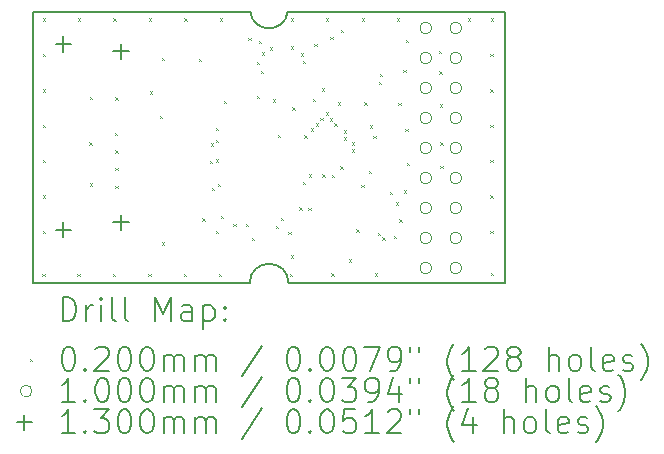
<source format=gbr>
%TF.GenerationSoftware,KiCad,Pcbnew,7.0.6+dfsg-1*%
%TF.CreationDate,2023-08-23T13:02:27+02:00*%
%TF.ProjectId,GPDI_ULX3S,47504449-5f55-44c5-9833-532e6b696361,1.6*%
%TF.SameCoordinates,Original*%
%TF.FileFunction,Drillmap*%
%TF.FilePolarity,Positive*%
%FSLAX45Y45*%
G04 Gerber Fmt 4.5, Leading zero omitted, Abs format (unit mm)*
G04 Created by KiCad (PCBNEW 7.0.6+dfsg-1) date 2023-08-23 13:02:27*
%MOMM*%
%LPD*%
G01*
G04 APERTURE LIST*
%ADD10C,0.150000*%
%ADD11C,0.200000*%
%ADD12C,0.020000*%
%ADD13C,0.100000*%
%ADD14C,0.130000*%
G04 APERTURE END LIST*
D10*
X15049500Y-8892500D02*
X13215100Y-8892500D01*
X15049500Y-6592500D02*
X15049500Y-8892500D01*
X13215100Y-8892500D02*
G75*
G03*
X12884900Y-8892500I-165100J0D01*
G01*
X12890010Y-6592500D02*
X11049510Y-6592500D01*
X12884900Y-8892500D02*
X11050000Y-8892500D01*
X12890000Y-6592501D02*
G75*
G03*
X13207486Y-6592607I158750J20001D01*
G01*
X11050000Y-6592500D02*
X11050000Y-8892500D01*
X13207500Y-6592500D02*
X15049500Y-6592500D01*
D11*
D12*
X11131246Y-8810518D02*
X11151246Y-8830518D01*
X11151246Y-8810518D02*
X11131246Y-8830518D01*
X11132246Y-6648518D02*
X11152246Y-6668518D01*
X11152246Y-6648518D02*
X11132246Y-6668518D01*
X11132246Y-6948518D02*
X11152246Y-6968518D01*
X11152246Y-6948518D02*
X11132246Y-6968518D01*
X11132246Y-7248518D02*
X11152246Y-7268518D01*
X11152246Y-7248518D02*
X11132246Y-7268518D01*
X11132246Y-7548518D02*
X11152246Y-7568518D01*
X11152246Y-7548518D02*
X11132246Y-7568518D01*
X11132246Y-7848518D02*
X11152246Y-7868518D01*
X11152246Y-7848518D02*
X11132246Y-7868518D01*
X11132246Y-8148518D02*
X11152246Y-8168518D01*
X11152246Y-8148518D02*
X11132246Y-8168518D01*
X11132246Y-8448518D02*
X11152246Y-8468518D01*
X11152246Y-8448518D02*
X11132246Y-8468518D01*
X11426246Y-8810518D02*
X11446246Y-8830518D01*
X11446246Y-8810518D02*
X11426246Y-8830518D01*
X11432246Y-6648518D02*
X11452246Y-6668518D01*
X11452246Y-6648518D02*
X11432246Y-6668518D01*
X11526246Y-7698518D02*
X11546246Y-7718518D01*
X11546246Y-7698518D02*
X11526246Y-7718518D01*
X11529246Y-7310518D02*
X11549246Y-7330518D01*
X11549246Y-7310518D02*
X11529246Y-7330518D01*
X11529246Y-8045518D02*
X11549246Y-8065518D01*
X11549246Y-8045518D02*
X11529246Y-8065518D01*
X11726246Y-8810518D02*
X11746246Y-8830518D01*
X11746246Y-8810518D02*
X11726246Y-8830518D01*
X11732246Y-6648518D02*
X11752246Y-6668518D01*
X11752246Y-6648518D02*
X11732246Y-6668518D01*
X11746080Y-7616360D02*
X11766080Y-7636360D01*
X11766080Y-7616360D02*
X11746080Y-7636360D01*
X11746334Y-7315878D02*
X11766334Y-7335878D01*
X11766334Y-7315878D02*
X11746334Y-7335878D01*
X11746334Y-7764950D02*
X11766334Y-7784950D01*
X11766334Y-7764950D02*
X11746334Y-7784950D01*
X11746842Y-7916334D02*
X11766842Y-7936334D01*
X11766842Y-7916334D02*
X11746842Y-7936334D01*
X11747858Y-8066702D02*
X11767858Y-8086702D01*
X11767858Y-8066702D02*
X11747858Y-8086702D01*
X12026246Y-8810518D02*
X12046246Y-8830518D01*
X12046246Y-8810518D02*
X12026246Y-8830518D01*
X12032246Y-6648518D02*
X12052246Y-6668518D01*
X12052246Y-6648518D02*
X12032246Y-6668518D01*
X12042246Y-7267014D02*
X12062246Y-7287014D01*
X12062246Y-7267014D02*
X12042246Y-7287014D01*
X12124794Y-7471580D02*
X12144794Y-7491580D01*
X12144794Y-7471580D02*
X12124794Y-7491580D01*
X12140246Y-8543518D02*
X12160246Y-8563518D01*
X12160246Y-8543518D02*
X12140246Y-8563518D01*
X12142246Y-6985518D02*
X12162246Y-7005518D01*
X12162246Y-6985518D02*
X12142246Y-7005518D01*
X12326246Y-8810518D02*
X12346246Y-8830518D01*
X12346246Y-8810518D02*
X12326246Y-8830518D01*
X12332246Y-6648518D02*
X12352246Y-6668518D01*
X12352246Y-6648518D02*
X12332246Y-6668518D01*
X12455246Y-6993518D02*
X12475246Y-7013518D01*
X12475246Y-6993518D02*
X12455246Y-7013518D01*
X12485246Y-8340518D02*
X12505246Y-8360518D01*
X12505246Y-8340518D02*
X12485246Y-8360518D01*
X12547958Y-7857152D02*
X12567958Y-7877152D01*
X12567958Y-7857152D02*
X12547958Y-7877152D01*
X12554562Y-7706276D02*
X12574562Y-7726276D01*
X12574562Y-7706276D02*
X12554562Y-7726276D01*
X12567500Y-8083500D02*
X12587500Y-8103500D01*
X12587500Y-8083500D02*
X12567500Y-8103500D01*
X12598246Y-8448518D02*
X12618246Y-8468518D01*
X12618246Y-8448518D02*
X12598246Y-8468518D01*
X12599500Y-7843500D02*
X12619500Y-7863500D01*
X12619500Y-7843500D02*
X12599500Y-7863500D01*
X12600500Y-7575500D02*
X12620500Y-7595500D01*
X12620500Y-7575500D02*
X12600500Y-7595500D01*
X12600500Y-7676500D02*
X12620500Y-7696500D01*
X12620500Y-7676500D02*
X12600500Y-7696500D01*
X12616892Y-8047851D02*
X12636892Y-8067851D01*
X12636892Y-8047851D02*
X12616892Y-8067851D01*
X12626246Y-8810518D02*
X12646246Y-8830518D01*
X12646246Y-8810518D02*
X12626246Y-8830518D01*
X12632246Y-6648518D02*
X12652246Y-6668518D01*
X12652246Y-6648518D02*
X12632246Y-6668518D01*
X12640896Y-8320518D02*
X12660896Y-8340518D01*
X12660896Y-8320518D02*
X12640896Y-8340518D01*
X12668656Y-7345656D02*
X12688656Y-7365656D01*
X12688656Y-7345656D02*
X12668656Y-7365656D01*
X12748246Y-8388518D02*
X12768246Y-8408518D01*
X12768246Y-8388518D02*
X12748246Y-8408518D01*
X12854246Y-8389518D02*
X12874246Y-8409518D01*
X12874246Y-8389518D02*
X12854246Y-8409518D01*
X12874246Y-6815518D02*
X12894246Y-6835518D01*
X12894246Y-6815518D02*
X12874246Y-6835518D01*
X12901246Y-8506518D02*
X12921246Y-8526518D01*
X12921246Y-8506518D02*
X12901246Y-8526518D01*
X12943246Y-7017518D02*
X12963246Y-7037518D01*
X12963246Y-7017518D02*
X12943246Y-7037518D01*
X12948246Y-7302518D02*
X12968246Y-7322518D01*
X12968246Y-7302518D02*
X12948246Y-7322518D01*
X12964246Y-6837518D02*
X12984246Y-6857518D01*
X12984246Y-6837518D02*
X12964246Y-6857518D01*
X12977246Y-7091518D02*
X12997246Y-7111518D01*
X12997246Y-7091518D02*
X12977246Y-7111518D01*
X12990246Y-6936518D02*
X13010246Y-6956518D01*
X13010246Y-6936518D02*
X12990246Y-6956518D01*
X13057246Y-6892518D02*
X13077246Y-6912518D01*
X13077246Y-6892518D02*
X13057246Y-6912518D01*
X13081358Y-7334420D02*
X13101358Y-7354420D01*
X13101358Y-7334420D02*
X13081358Y-7354420D01*
X13107596Y-8403518D02*
X13127596Y-8423518D01*
X13127596Y-8403518D02*
X13107596Y-8423518D01*
X13125314Y-7637428D02*
X13145314Y-7657428D01*
X13145314Y-7637428D02*
X13125314Y-7657428D01*
X13150246Y-8339518D02*
X13170246Y-8359518D01*
X13170246Y-8339518D02*
X13150246Y-8359518D01*
X13211246Y-8457500D02*
X13231246Y-8477500D01*
X13231246Y-8457500D02*
X13211246Y-8477500D01*
X13226246Y-8810518D02*
X13246246Y-8830518D01*
X13246246Y-8810518D02*
X13226246Y-8830518D01*
X13231189Y-6886527D02*
X13251189Y-6906527D01*
X13251189Y-6886527D02*
X13231189Y-6906527D01*
X13231246Y-8655518D02*
X13251246Y-8675518D01*
X13251246Y-8655518D02*
X13231246Y-8675518D01*
X13232246Y-6648518D02*
X13252246Y-6668518D01*
X13252246Y-6648518D02*
X13232246Y-6668518D01*
X13246966Y-7401984D02*
X13266966Y-7421984D01*
X13266966Y-7401984D02*
X13246966Y-7421984D01*
X13306246Y-8249518D02*
X13326246Y-8269518D01*
X13326246Y-8249518D02*
X13306246Y-8269518D01*
X13320450Y-6944518D02*
X13340450Y-6964518D01*
X13340450Y-6944518D02*
X13320450Y-6964518D01*
X13334000Y-7010482D02*
X13354000Y-7030482D01*
X13354000Y-7010482D02*
X13334000Y-7030482D01*
X13335246Y-8030518D02*
X13355246Y-8050518D01*
X13355246Y-8030518D02*
X13335246Y-8050518D01*
X13346534Y-7638204D02*
X13366534Y-7658204D01*
X13366534Y-7638204D02*
X13346534Y-7658204D01*
X13380761Y-8254684D02*
X13400761Y-8274684D01*
X13400761Y-8254684D02*
X13380761Y-8274684D01*
X13384246Y-7968518D02*
X13404246Y-7988518D01*
X13404246Y-7968518D02*
X13384246Y-7988518D01*
X13401570Y-7578430D02*
X13421570Y-7598430D01*
X13421570Y-7578430D02*
X13401570Y-7598430D01*
X13418162Y-7331626D02*
X13438162Y-7351626D01*
X13438162Y-7331626D02*
X13418162Y-7351626D01*
X13433246Y-6866518D02*
X13453246Y-6886518D01*
X13453246Y-6866518D02*
X13433246Y-6886518D01*
X13443430Y-7536570D02*
X13463430Y-7556570D01*
X13463430Y-7536570D02*
X13443430Y-7556570D01*
X13484246Y-7489518D02*
X13504246Y-7509518D01*
X13504246Y-7489518D02*
X13484246Y-7509518D01*
X13495246Y-7242518D02*
X13515246Y-7262518D01*
X13515246Y-7242518D02*
X13495246Y-7262518D01*
X13500324Y-7970296D02*
X13520324Y-7990296D01*
X13520324Y-7970296D02*
X13500324Y-7990296D01*
X13531246Y-7444518D02*
X13551246Y-7464518D01*
X13551246Y-7444518D02*
X13531246Y-7464518D01*
X13532246Y-6648518D02*
X13552246Y-6668518D01*
X13552246Y-6648518D02*
X13532246Y-6668518D01*
X13561570Y-7496570D02*
X13581570Y-7516570D01*
X13581570Y-7496570D02*
X13561570Y-7516570D01*
X13567514Y-6802544D02*
X13587514Y-6822544D01*
X13587514Y-6802544D02*
X13567514Y-6822544D01*
X13577246Y-8808518D02*
X13597246Y-8828518D01*
X13597246Y-8808518D02*
X13577246Y-8828518D01*
X13578302Y-7972836D02*
X13598302Y-7992836D01*
X13598302Y-7972836D02*
X13578302Y-7992836D01*
X13603430Y-7538430D02*
X13623430Y-7558430D01*
X13623430Y-7538430D02*
X13603430Y-7558430D01*
X13634246Y-7358518D02*
X13654246Y-7378518D01*
X13654246Y-7358518D02*
X13634246Y-7378518D01*
X13654246Y-7901518D02*
X13674246Y-7921518D01*
X13674246Y-7901518D02*
X13654246Y-7921518D01*
X13655246Y-6745518D02*
X13675246Y-6765518D01*
X13675246Y-6745518D02*
X13655246Y-6765518D01*
X13682500Y-7597900D02*
X13702500Y-7617900D01*
X13702500Y-7597900D02*
X13682500Y-7617900D01*
X13682500Y-7657100D02*
X13702500Y-7677100D01*
X13702500Y-7657100D02*
X13682500Y-7677100D01*
X13725602Y-8687501D02*
X13745602Y-8707501D01*
X13745602Y-8687501D02*
X13725602Y-8707501D01*
X13752500Y-7697900D02*
X13772500Y-7717900D01*
X13772500Y-7697900D02*
X13752500Y-7717900D01*
X13752500Y-7757100D02*
X13772500Y-7777100D01*
X13772500Y-7757100D02*
X13752500Y-7777100D01*
X13787478Y-8433732D02*
X13807478Y-8453732D01*
X13807478Y-8433732D02*
X13787478Y-8453732D01*
X13830246Y-8057518D02*
X13850246Y-8077518D01*
X13850246Y-8057518D02*
X13830246Y-8077518D01*
X13832246Y-6648518D02*
X13852246Y-6668518D01*
X13852246Y-6648518D02*
X13832246Y-6668518D01*
X13855246Y-7360518D02*
X13875246Y-7380518D01*
X13875246Y-7360518D02*
X13855246Y-7380518D01*
X13893246Y-7940518D02*
X13913246Y-7960518D01*
X13913246Y-7940518D02*
X13893246Y-7960518D01*
X13901246Y-7553518D02*
X13921246Y-7573518D01*
X13921246Y-7553518D02*
X13901246Y-7573518D01*
X13932770Y-7644042D02*
X13952770Y-7664042D01*
X13952770Y-7644042D02*
X13932770Y-7664042D01*
X13943246Y-8808518D02*
X13963246Y-8828518D01*
X13963246Y-8808518D02*
X13943246Y-8828518D01*
X13968834Y-8467260D02*
X13988834Y-8487260D01*
X13988834Y-8467260D02*
X13968834Y-8487260D01*
X13980246Y-7188518D02*
X14000246Y-7208518D01*
X14000246Y-7188518D02*
X13980246Y-7208518D01*
X13986584Y-7119155D02*
X14006584Y-7139155D01*
X14006584Y-7119155D02*
X13986584Y-7139155D01*
X14008917Y-8503525D02*
X14028917Y-8523525D01*
X14028917Y-8503525D02*
X14008917Y-8523525D01*
X14074500Y-8118449D02*
X14094500Y-8138449D01*
X14094500Y-8118449D02*
X14074500Y-8138449D01*
X14103452Y-8488452D02*
X14123452Y-8508452D01*
X14123452Y-8488452D02*
X14103452Y-8508452D01*
X14122500Y-8207500D02*
X14142500Y-8227500D01*
X14142500Y-8207500D02*
X14122500Y-8227500D01*
X14132246Y-6648518D02*
X14152246Y-6668518D01*
X14152246Y-6648518D02*
X14132246Y-6668518D01*
X14143246Y-7365518D02*
X14163246Y-7385518D01*
X14163246Y-7365518D02*
X14143246Y-7385518D01*
X14152246Y-8350518D02*
X14172246Y-8370518D01*
X14172246Y-8350518D02*
X14152246Y-8370518D01*
X14187344Y-7083616D02*
X14207344Y-7103616D01*
X14207344Y-7083616D02*
X14187344Y-7103616D01*
X14192246Y-8103518D02*
X14212246Y-8123518D01*
X14212246Y-8103518D02*
X14192246Y-8123518D01*
X14204246Y-7582518D02*
X14224246Y-7602518D01*
X14224246Y-7582518D02*
X14204246Y-7602518D01*
X14205246Y-6831518D02*
X14225246Y-6851518D01*
X14225246Y-6831518D02*
X14205246Y-6851518D01*
X14216246Y-7872518D02*
X14236246Y-7892518D01*
X14236246Y-7872518D02*
X14216246Y-7892518D01*
X14488246Y-6921518D02*
X14508246Y-6941518D01*
X14508246Y-6921518D02*
X14488246Y-6941518D01*
X14492246Y-7098518D02*
X14512246Y-7118518D01*
X14512246Y-7098518D02*
X14492246Y-7118518D01*
X14497246Y-7377518D02*
X14517246Y-7397518D01*
X14517246Y-7377518D02*
X14497246Y-7397518D01*
X14498246Y-7895518D02*
X14518246Y-7915518D01*
X14518246Y-7895518D02*
X14498246Y-7915518D01*
X14500246Y-7697518D02*
X14520246Y-7717518D01*
X14520246Y-7697518D02*
X14500246Y-7717518D01*
X14732246Y-6648518D02*
X14752246Y-6668518D01*
X14752246Y-6648518D02*
X14732246Y-6668518D01*
X14924246Y-6948518D02*
X14944246Y-6968518D01*
X14944246Y-6948518D02*
X14924246Y-6968518D01*
X14924246Y-7248518D02*
X14944246Y-7268518D01*
X14944246Y-7248518D02*
X14924246Y-7268518D01*
X14924246Y-7548518D02*
X14944246Y-7568518D01*
X14944246Y-7548518D02*
X14924246Y-7568518D01*
X14924246Y-7848518D02*
X14944246Y-7868518D01*
X14944246Y-7848518D02*
X14924246Y-7868518D01*
X14924246Y-8148518D02*
X14944246Y-8168518D01*
X14944246Y-8148518D02*
X14924246Y-8168518D01*
X14924246Y-8448518D02*
X14944246Y-8468518D01*
X14944246Y-8448518D02*
X14924246Y-8468518D01*
X14927246Y-6648518D02*
X14947246Y-6668518D01*
X14947246Y-6648518D02*
X14927246Y-6668518D01*
X14928246Y-8804518D02*
X14948246Y-8824518D01*
X14948246Y-8804518D02*
X14928246Y-8824518D01*
D13*
X14426400Y-6731000D02*
G75*
G03*
X14426400Y-6731000I-50000J0D01*
G01*
X14426400Y-6985000D02*
G75*
G03*
X14426400Y-6985000I-50000J0D01*
G01*
X14426400Y-7239000D02*
G75*
G03*
X14426400Y-7239000I-50000J0D01*
G01*
X14426400Y-7493000D02*
G75*
G03*
X14426400Y-7493000I-50000J0D01*
G01*
X14426400Y-7747000D02*
G75*
G03*
X14426400Y-7747000I-50000J0D01*
G01*
X14426400Y-8001000D02*
G75*
G03*
X14426400Y-8001000I-50000J0D01*
G01*
X14426400Y-8255000D02*
G75*
G03*
X14426400Y-8255000I-50000J0D01*
G01*
X14426400Y-8509000D02*
G75*
G03*
X14426400Y-8509000I-50000J0D01*
G01*
X14426400Y-8763000D02*
G75*
G03*
X14426400Y-8763000I-50000J0D01*
G01*
X14680400Y-6731000D02*
G75*
G03*
X14680400Y-6731000I-50000J0D01*
G01*
X14680400Y-6985000D02*
G75*
G03*
X14680400Y-6985000I-50000J0D01*
G01*
X14680400Y-7239000D02*
G75*
G03*
X14680400Y-7239000I-50000J0D01*
G01*
X14680400Y-7493000D02*
G75*
G03*
X14680400Y-7493000I-50000J0D01*
G01*
X14680400Y-7747000D02*
G75*
G03*
X14680400Y-7747000I-50000J0D01*
G01*
X14680400Y-8001000D02*
G75*
G03*
X14680400Y-8001000I-50000J0D01*
G01*
X14680400Y-8255000D02*
G75*
G03*
X14680400Y-8255000I-50000J0D01*
G01*
X14680400Y-8509000D02*
G75*
G03*
X14680400Y-8509000I-50000J0D01*
G01*
X14680400Y-8763000D02*
G75*
G03*
X14680400Y-8763000I-50000J0D01*
G01*
D14*
X11306974Y-6802014D02*
X11306974Y-6932014D01*
X11241974Y-6867014D02*
X11371974Y-6867014D01*
X11306974Y-8372014D02*
X11306974Y-8502014D01*
X11241974Y-8437014D02*
X11371974Y-8437014D01*
X11796974Y-6862014D02*
X11796974Y-6992014D01*
X11731974Y-6927014D02*
X11861974Y-6927014D01*
X11796974Y-8312014D02*
X11796974Y-8442014D01*
X11731974Y-8377014D02*
X11861974Y-8377014D01*
D11*
X11302787Y-9211484D02*
X11302787Y-9011484D01*
X11302787Y-9011484D02*
X11350406Y-9011484D01*
X11350406Y-9011484D02*
X11378977Y-9021008D01*
X11378977Y-9021008D02*
X11398025Y-9040055D01*
X11398025Y-9040055D02*
X11407548Y-9059103D01*
X11407548Y-9059103D02*
X11417072Y-9097198D01*
X11417072Y-9097198D02*
X11417072Y-9125770D01*
X11417072Y-9125770D02*
X11407548Y-9163865D01*
X11407548Y-9163865D02*
X11398025Y-9182912D01*
X11398025Y-9182912D02*
X11378977Y-9201960D01*
X11378977Y-9201960D02*
X11350406Y-9211484D01*
X11350406Y-9211484D02*
X11302787Y-9211484D01*
X11502787Y-9211484D02*
X11502787Y-9078150D01*
X11502787Y-9116246D02*
X11512310Y-9097198D01*
X11512310Y-9097198D02*
X11521834Y-9087674D01*
X11521834Y-9087674D02*
X11540882Y-9078150D01*
X11540882Y-9078150D02*
X11559929Y-9078150D01*
X11626596Y-9211484D02*
X11626596Y-9078150D01*
X11626596Y-9011484D02*
X11617072Y-9021008D01*
X11617072Y-9021008D02*
X11626596Y-9030531D01*
X11626596Y-9030531D02*
X11636120Y-9021008D01*
X11636120Y-9021008D02*
X11626596Y-9011484D01*
X11626596Y-9011484D02*
X11626596Y-9030531D01*
X11750406Y-9211484D02*
X11731358Y-9201960D01*
X11731358Y-9201960D02*
X11721834Y-9182912D01*
X11721834Y-9182912D02*
X11721834Y-9011484D01*
X11855167Y-9211484D02*
X11836120Y-9201960D01*
X11836120Y-9201960D02*
X11826596Y-9182912D01*
X11826596Y-9182912D02*
X11826596Y-9011484D01*
X12083739Y-9211484D02*
X12083739Y-9011484D01*
X12083739Y-9011484D02*
X12150406Y-9154341D01*
X12150406Y-9154341D02*
X12217072Y-9011484D01*
X12217072Y-9011484D02*
X12217072Y-9211484D01*
X12398025Y-9211484D02*
X12398025Y-9106722D01*
X12398025Y-9106722D02*
X12388501Y-9087674D01*
X12388501Y-9087674D02*
X12369453Y-9078150D01*
X12369453Y-9078150D02*
X12331358Y-9078150D01*
X12331358Y-9078150D02*
X12312310Y-9087674D01*
X12398025Y-9201960D02*
X12378977Y-9211484D01*
X12378977Y-9211484D02*
X12331358Y-9211484D01*
X12331358Y-9211484D02*
X12312310Y-9201960D01*
X12312310Y-9201960D02*
X12302787Y-9182912D01*
X12302787Y-9182912D02*
X12302787Y-9163865D01*
X12302787Y-9163865D02*
X12312310Y-9144817D01*
X12312310Y-9144817D02*
X12331358Y-9135293D01*
X12331358Y-9135293D02*
X12378977Y-9135293D01*
X12378977Y-9135293D02*
X12398025Y-9125770D01*
X12493263Y-9078150D02*
X12493263Y-9278150D01*
X12493263Y-9087674D02*
X12512310Y-9078150D01*
X12512310Y-9078150D02*
X12550406Y-9078150D01*
X12550406Y-9078150D02*
X12569453Y-9087674D01*
X12569453Y-9087674D02*
X12578977Y-9097198D01*
X12578977Y-9097198D02*
X12588501Y-9116246D01*
X12588501Y-9116246D02*
X12588501Y-9173389D01*
X12588501Y-9173389D02*
X12578977Y-9192436D01*
X12578977Y-9192436D02*
X12569453Y-9201960D01*
X12569453Y-9201960D02*
X12550406Y-9211484D01*
X12550406Y-9211484D02*
X12512310Y-9211484D01*
X12512310Y-9211484D02*
X12493263Y-9201960D01*
X12674215Y-9192436D02*
X12683739Y-9201960D01*
X12683739Y-9201960D02*
X12674215Y-9211484D01*
X12674215Y-9211484D02*
X12664691Y-9201960D01*
X12664691Y-9201960D02*
X12674215Y-9192436D01*
X12674215Y-9192436D02*
X12674215Y-9211484D01*
X12674215Y-9087674D02*
X12683739Y-9097198D01*
X12683739Y-9097198D02*
X12674215Y-9106722D01*
X12674215Y-9106722D02*
X12664691Y-9097198D01*
X12664691Y-9097198D02*
X12674215Y-9087674D01*
X12674215Y-9087674D02*
X12674215Y-9106722D01*
D12*
X11022010Y-9530000D02*
X11042010Y-9550000D01*
X11042010Y-9530000D02*
X11022010Y-9550000D01*
D11*
X11340882Y-9431484D02*
X11359929Y-9431484D01*
X11359929Y-9431484D02*
X11378977Y-9441008D01*
X11378977Y-9441008D02*
X11388501Y-9450531D01*
X11388501Y-9450531D02*
X11398025Y-9469579D01*
X11398025Y-9469579D02*
X11407548Y-9507674D01*
X11407548Y-9507674D02*
X11407548Y-9555293D01*
X11407548Y-9555293D02*
X11398025Y-9593389D01*
X11398025Y-9593389D02*
X11388501Y-9612436D01*
X11388501Y-9612436D02*
X11378977Y-9621960D01*
X11378977Y-9621960D02*
X11359929Y-9631484D01*
X11359929Y-9631484D02*
X11340882Y-9631484D01*
X11340882Y-9631484D02*
X11321834Y-9621960D01*
X11321834Y-9621960D02*
X11312310Y-9612436D01*
X11312310Y-9612436D02*
X11302787Y-9593389D01*
X11302787Y-9593389D02*
X11293263Y-9555293D01*
X11293263Y-9555293D02*
X11293263Y-9507674D01*
X11293263Y-9507674D02*
X11302787Y-9469579D01*
X11302787Y-9469579D02*
X11312310Y-9450531D01*
X11312310Y-9450531D02*
X11321834Y-9441008D01*
X11321834Y-9441008D02*
X11340882Y-9431484D01*
X11493263Y-9612436D02*
X11502787Y-9621960D01*
X11502787Y-9621960D02*
X11493263Y-9631484D01*
X11493263Y-9631484D02*
X11483739Y-9621960D01*
X11483739Y-9621960D02*
X11493263Y-9612436D01*
X11493263Y-9612436D02*
X11493263Y-9631484D01*
X11578977Y-9450531D02*
X11588501Y-9441008D01*
X11588501Y-9441008D02*
X11607548Y-9431484D01*
X11607548Y-9431484D02*
X11655168Y-9431484D01*
X11655168Y-9431484D02*
X11674215Y-9441008D01*
X11674215Y-9441008D02*
X11683739Y-9450531D01*
X11683739Y-9450531D02*
X11693263Y-9469579D01*
X11693263Y-9469579D02*
X11693263Y-9488627D01*
X11693263Y-9488627D02*
X11683739Y-9517198D01*
X11683739Y-9517198D02*
X11569453Y-9631484D01*
X11569453Y-9631484D02*
X11693263Y-9631484D01*
X11817072Y-9431484D02*
X11836120Y-9431484D01*
X11836120Y-9431484D02*
X11855168Y-9441008D01*
X11855168Y-9441008D02*
X11864691Y-9450531D01*
X11864691Y-9450531D02*
X11874215Y-9469579D01*
X11874215Y-9469579D02*
X11883739Y-9507674D01*
X11883739Y-9507674D02*
X11883739Y-9555293D01*
X11883739Y-9555293D02*
X11874215Y-9593389D01*
X11874215Y-9593389D02*
X11864691Y-9612436D01*
X11864691Y-9612436D02*
X11855168Y-9621960D01*
X11855168Y-9621960D02*
X11836120Y-9631484D01*
X11836120Y-9631484D02*
X11817072Y-9631484D01*
X11817072Y-9631484D02*
X11798025Y-9621960D01*
X11798025Y-9621960D02*
X11788501Y-9612436D01*
X11788501Y-9612436D02*
X11778977Y-9593389D01*
X11778977Y-9593389D02*
X11769453Y-9555293D01*
X11769453Y-9555293D02*
X11769453Y-9507674D01*
X11769453Y-9507674D02*
X11778977Y-9469579D01*
X11778977Y-9469579D02*
X11788501Y-9450531D01*
X11788501Y-9450531D02*
X11798025Y-9441008D01*
X11798025Y-9441008D02*
X11817072Y-9431484D01*
X12007548Y-9431484D02*
X12026596Y-9431484D01*
X12026596Y-9431484D02*
X12045644Y-9441008D01*
X12045644Y-9441008D02*
X12055168Y-9450531D01*
X12055168Y-9450531D02*
X12064691Y-9469579D01*
X12064691Y-9469579D02*
X12074215Y-9507674D01*
X12074215Y-9507674D02*
X12074215Y-9555293D01*
X12074215Y-9555293D02*
X12064691Y-9593389D01*
X12064691Y-9593389D02*
X12055168Y-9612436D01*
X12055168Y-9612436D02*
X12045644Y-9621960D01*
X12045644Y-9621960D02*
X12026596Y-9631484D01*
X12026596Y-9631484D02*
X12007548Y-9631484D01*
X12007548Y-9631484D02*
X11988501Y-9621960D01*
X11988501Y-9621960D02*
X11978977Y-9612436D01*
X11978977Y-9612436D02*
X11969453Y-9593389D01*
X11969453Y-9593389D02*
X11959929Y-9555293D01*
X11959929Y-9555293D02*
X11959929Y-9507674D01*
X11959929Y-9507674D02*
X11969453Y-9469579D01*
X11969453Y-9469579D02*
X11978977Y-9450531D01*
X11978977Y-9450531D02*
X11988501Y-9441008D01*
X11988501Y-9441008D02*
X12007548Y-9431484D01*
X12159929Y-9631484D02*
X12159929Y-9498150D01*
X12159929Y-9517198D02*
X12169453Y-9507674D01*
X12169453Y-9507674D02*
X12188501Y-9498150D01*
X12188501Y-9498150D02*
X12217072Y-9498150D01*
X12217072Y-9498150D02*
X12236120Y-9507674D01*
X12236120Y-9507674D02*
X12245644Y-9526722D01*
X12245644Y-9526722D02*
X12245644Y-9631484D01*
X12245644Y-9526722D02*
X12255168Y-9507674D01*
X12255168Y-9507674D02*
X12274215Y-9498150D01*
X12274215Y-9498150D02*
X12302787Y-9498150D01*
X12302787Y-9498150D02*
X12321834Y-9507674D01*
X12321834Y-9507674D02*
X12331358Y-9526722D01*
X12331358Y-9526722D02*
X12331358Y-9631484D01*
X12426596Y-9631484D02*
X12426596Y-9498150D01*
X12426596Y-9517198D02*
X12436120Y-9507674D01*
X12436120Y-9507674D02*
X12455168Y-9498150D01*
X12455168Y-9498150D02*
X12483739Y-9498150D01*
X12483739Y-9498150D02*
X12502787Y-9507674D01*
X12502787Y-9507674D02*
X12512310Y-9526722D01*
X12512310Y-9526722D02*
X12512310Y-9631484D01*
X12512310Y-9526722D02*
X12521834Y-9507674D01*
X12521834Y-9507674D02*
X12540882Y-9498150D01*
X12540882Y-9498150D02*
X12569453Y-9498150D01*
X12569453Y-9498150D02*
X12588501Y-9507674D01*
X12588501Y-9507674D02*
X12598025Y-9526722D01*
X12598025Y-9526722D02*
X12598025Y-9631484D01*
X12988501Y-9421960D02*
X12817072Y-9679103D01*
X13245644Y-9431484D02*
X13264692Y-9431484D01*
X13264692Y-9431484D02*
X13283739Y-9441008D01*
X13283739Y-9441008D02*
X13293263Y-9450531D01*
X13293263Y-9450531D02*
X13302787Y-9469579D01*
X13302787Y-9469579D02*
X13312311Y-9507674D01*
X13312311Y-9507674D02*
X13312311Y-9555293D01*
X13312311Y-9555293D02*
X13302787Y-9593389D01*
X13302787Y-9593389D02*
X13293263Y-9612436D01*
X13293263Y-9612436D02*
X13283739Y-9621960D01*
X13283739Y-9621960D02*
X13264692Y-9631484D01*
X13264692Y-9631484D02*
X13245644Y-9631484D01*
X13245644Y-9631484D02*
X13226596Y-9621960D01*
X13226596Y-9621960D02*
X13217072Y-9612436D01*
X13217072Y-9612436D02*
X13207549Y-9593389D01*
X13207549Y-9593389D02*
X13198025Y-9555293D01*
X13198025Y-9555293D02*
X13198025Y-9507674D01*
X13198025Y-9507674D02*
X13207549Y-9469579D01*
X13207549Y-9469579D02*
X13217072Y-9450531D01*
X13217072Y-9450531D02*
X13226596Y-9441008D01*
X13226596Y-9441008D02*
X13245644Y-9431484D01*
X13398025Y-9612436D02*
X13407549Y-9621960D01*
X13407549Y-9621960D02*
X13398025Y-9631484D01*
X13398025Y-9631484D02*
X13388501Y-9621960D01*
X13388501Y-9621960D02*
X13398025Y-9612436D01*
X13398025Y-9612436D02*
X13398025Y-9631484D01*
X13531358Y-9431484D02*
X13550406Y-9431484D01*
X13550406Y-9431484D02*
X13569453Y-9441008D01*
X13569453Y-9441008D02*
X13578977Y-9450531D01*
X13578977Y-9450531D02*
X13588501Y-9469579D01*
X13588501Y-9469579D02*
X13598025Y-9507674D01*
X13598025Y-9507674D02*
X13598025Y-9555293D01*
X13598025Y-9555293D02*
X13588501Y-9593389D01*
X13588501Y-9593389D02*
X13578977Y-9612436D01*
X13578977Y-9612436D02*
X13569453Y-9621960D01*
X13569453Y-9621960D02*
X13550406Y-9631484D01*
X13550406Y-9631484D02*
X13531358Y-9631484D01*
X13531358Y-9631484D02*
X13512311Y-9621960D01*
X13512311Y-9621960D02*
X13502787Y-9612436D01*
X13502787Y-9612436D02*
X13493263Y-9593389D01*
X13493263Y-9593389D02*
X13483739Y-9555293D01*
X13483739Y-9555293D02*
X13483739Y-9507674D01*
X13483739Y-9507674D02*
X13493263Y-9469579D01*
X13493263Y-9469579D02*
X13502787Y-9450531D01*
X13502787Y-9450531D02*
X13512311Y-9441008D01*
X13512311Y-9441008D02*
X13531358Y-9431484D01*
X13721834Y-9431484D02*
X13740882Y-9431484D01*
X13740882Y-9431484D02*
X13759930Y-9441008D01*
X13759930Y-9441008D02*
X13769453Y-9450531D01*
X13769453Y-9450531D02*
X13778977Y-9469579D01*
X13778977Y-9469579D02*
X13788501Y-9507674D01*
X13788501Y-9507674D02*
X13788501Y-9555293D01*
X13788501Y-9555293D02*
X13778977Y-9593389D01*
X13778977Y-9593389D02*
X13769453Y-9612436D01*
X13769453Y-9612436D02*
X13759930Y-9621960D01*
X13759930Y-9621960D02*
X13740882Y-9631484D01*
X13740882Y-9631484D02*
X13721834Y-9631484D01*
X13721834Y-9631484D02*
X13702787Y-9621960D01*
X13702787Y-9621960D02*
X13693263Y-9612436D01*
X13693263Y-9612436D02*
X13683739Y-9593389D01*
X13683739Y-9593389D02*
X13674215Y-9555293D01*
X13674215Y-9555293D02*
X13674215Y-9507674D01*
X13674215Y-9507674D02*
X13683739Y-9469579D01*
X13683739Y-9469579D02*
X13693263Y-9450531D01*
X13693263Y-9450531D02*
X13702787Y-9441008D01*
X13702787Y-9441008D02*
X13721834Y-9431484D01*
X13855168Y-9431484D02*
X13988501Y-9431484D01*
X13988501Y-9431484D02*
X13902787Y-9631484D01*
X14074215Y-9631484D02*
X14112311Y-9631484D01*
X14112311Y-9631484D02*
X14131358Y-9621960D01*
X14131358Y-9621960D02*
X14140882Y-9612436D01*
X14140882Y-9612436D02*
X14159930Y-9583865D01*
X14159930Y-9583865D02*
X14169453Y-9545770D01*
X14169453Y-9545770D02*
X14169453Y-9469579D01*
X14169453Y-9469579D02*
X14159930Y-9450531D01*
X14159930Y-9450531D02*
X14150406Y-9441008D01*
X14150406Y-9441008D02*
X14131358Y-9431484D01*
X14131358Y-9431484D02*
X14093263Y-9431484D01*
X14093263Y-9431484D02*
X14074215Y-9441008D01*
X14074215Y-9441008D02*
X14064692Y-9450531D01*
X14064692Y-9450531D02*
X14055168Y-9469579D01*
X14055168Y-9469579D02*
X14055168Y-9517198D01*
X14055168Y-9517198D02*
X14064692Y-9536246D01*
X14064692Y-9536246D02*
X14074215Y-9545770D01*
X14074215Y-9545770D02*
X14093263Y-9555293D01*
X14093263Y-9555293D02*
X14131358Y-9555293D01*
X14131358Y-9555293D02*
X14150406Y-9545770D01*
X14150406Y-9545770D02*
X14159930Y-9536246D01*
X14159930Y-9536246D02*
X14169453Y-9517198D01*
X14245644Y-9431484D02*
X14245644Y-9469579D01*
X14321834Y-9431484D02*
X14321834Y-9469579D01*
X14617073Y-9707674D02*
X14607549Y-9698150D01*
X14607549Y-9698150D02*
X14588501Y-9669579D01*
X14588501Y-9669579D02*
X14578977Y-9650531D01*
X14578977Y-9650531D02*
X14569454Y-9621960D01*
X14569454Y-9621960D02*
X14559930Y-9574341D01*
X14559930Y-9574341D02*
X14559930Y-9536246D01*
X14559930Y-9536246D02*
X14569454Y-9488627D01*
X14569454Y-9488627D02*
X14578977Y-9460055D01*
X14578977Y-9460055D02*
X14588501Y-9441008D01*
X14588501Y-9441008D02*
X14607549Y-9412436D01*
X14607549Y-9412436D02*
X14617073Y-9402912D01*
X14798025Y-9631484D02*
X14683739Y-9631484D01*
X14740882Y-9631484D02*
X14740882Y-9431484D01*
X14740882Y-9431484D02*
X14721834Y-9460055D01*
X14721834Y-9460055D02*
X14702787Y-9479103D01*
X14702787Y-9479103D02*
X14683739Y-9488627D01*
X14874215Y-9450531D02*
X14883739Y-9441008D01*
X14883739Y-9441008D02*
X14902787Y-9431484D01*
X14902787Y-9431484D02*
X14950406Y-9431484D01*
X14950406Y-9431484D02*
X14969454Y-9441008D01*
X14969454Y-9441008D02*
X14978977Y-9450531D01*
X14978977Y-9450531D02*
X14988501Y-9469579D01*
X14988501Y-9469579D02*
X14988501Y-9488627D01*
X14988501Y-9488627D02*
X14978977Y-9517198D01*
X14978977Y-9517198D02*
X14864692Y-9631484D01*
X14864692Y-9631484D02*
X14988501Y-9631484D01*
X15102787Y-9517198D02*
X15083739Y-9507674D01*
X15083739Y-9507674D02*
X15074215Y-9498150D01*
X15074215Y-9498150D02*
X15064692Y-9479103D01*
X15064692Y-9479103D02*
X15064692Y-9469579D01*
X15064692Y-9469579D02*
X15074215Y-9450531D01*
X15074215Y-9450531D02*
X15083739Y-9441008D01*
X15083739Y-9441008D02*
X15102787Y-9431484D01*
X15102787Y-9431484D02*
X15140882Y-9431484D01*
X15140882Y-9431484D02*
X15159930Y-9441008D01*
X15159930Y-9441008D02*
X15169454Y-9450531D01*
X15169454Y-9450531D02*
X15178977Y-9469579D01*
X15178977Y-9469579D02*
X15178977Y-9479103D01*
X15178977Y-9479103D02*
X15169454Y-9498150D01*
X15169454Y-9498150D02*
X15159930Y-9507674D01*
X15159930Y-9507674D02*
X15140882Y-9517198D01*
X15140882Y-9517198D02*
X15102787Y-9517198D01*
X15102787Y-9517198D02*
X15083739Y-9526722D01*
X15083739Y-9526722D02*
X15074215Y-9536246D01*
X15074215Y-9536246D02*
X15064692Y-9555293D01*
X15064692Y-9555293D02*
X15064692Y-9593389D01*
X15064692Y-9593389D02*
X15074215Y-9612436D01*
X15074215Y-9612436D02*
X15083739Y-9621960D01*
X15083739Y-9621960D02*
X15102787Y-9631484D01*
X15102787Y-9631484D02*
X15140882Y-9631484D01*
X15140882Y-9631484D02*
X15159930Y-9621960D01*
X15159930Y-9621960D02*
X15169454Y-9612436D01*
X15169454Y-9612436D02*
X15178977Y-9593389D01*
X15178977Y-9593389D02*
X15178977Y-9555293D01*
X15178977Y-9555293D02*
X15169454Y-9536246D01*
X15169454Y-9536246D02*
X15159930Y-9526722D01*
X15159930Y-9526722D02*
X15140882Y-9517198D01*
X15417073Y-9631484D02*
X15417073Y-9431484D01*
X15502787Y-9631484D02*
X15502787Y-9526722D01*
X15502787Y-9526722D02*
X15493263Y-9507674D01*
X15493263Y-9507674D02*
X15474216Y-9498150D01*
X15474216Y-9498150D02*
X15445644Y-9498150D01*
X15445644Y-9498150D02*
X15426596Y-9507674D01*
X15426596Y-9507674D02*
X15417073Y-9517198D01*
X15626596Y-9631484D02*
X15607549Y-9621960D01*
X15607549Y-9621960D02*
X15598025Y-9612436D01*
X15598025Y-9612436D02*
X15588501Y-9593389D01*
X15588501Y-9593389D02*
X15588501Y-9536246D01*
X15588501Y-9536246D02*
X15598025Y-9517198D01*
X15598025Y-9517198D02*
X15607549Y-9507674D01*
X15607549Y-9507674D02*
X15626596Y-9498150D01*
X15626596Y-9498150D02*
X15655168Y-9498150D01*
X15655168Y-9498150D02*
X15674216Y-9507674D01*
X15674216Y-9507674D02*
X15683739Y-9517198D01*
X15683739Y-9517198D02*
X15693263Y-9536246D01*
X15693263Y-9536246D02*
X15693263Y-9593389D01*
X15693263Y-9593389D02*
X15683739Y-9612436D01*
X15683739Y-9612436D02*
X15674216Y-9621960D01*
X15674216Y-9621960D02*
X15655168Y-9631484D01*
X15655168Y-9631484D02*
X15626596Y-9631484D01*
X15807549Y-9631484D02*
X15788501Y-9621960D01*
X15788501Y-9621960D02*
X15778977Y-9602912D01*
X15778977Y-9602912D02*
X15778977Y-9431484D01*
X15959930Y-9621960D02*
X15940882Y-9631484D01*
X15940882Y-9631484D02*
X15902787Y-9631484D01*
X15902787Y-9631484D02*
X15883739Y-9621960D01*
X15883739Y-9621960D02*
X15874216Y-9602912D01*
X15874216Y-9602912D02*
X15874216Y-9526722D01*
X15874216Y-9526722D02*
X15883739Y-9507674D01*
X15883739Y-9507674D02*
X15902787Y-9498150D01*
X15902787Y-9498150D02*
X15940882Y-9498150D01*
X15940882Y-9498150D02*
X15959930Y-9507674D01*
X15959930Y-9507674D02*
X15969454Y-9526722D01*
X15969454Y-9526722D02*
X15969454Y-9545770D01*
X15969454Y-9545770D02*
X15874216Y-9564817D01*
X16045644Y-9621960D02*
X16064692Y-9631484D01*
X16064692Y-9631484D02*
X16102787Y-9631484D01*
X16102787Y-9631484D02*
X16121835Y-9621960D01*
X16121835Y-9621960D02*
X16131358Y-9602912D01*
X16131358Y-9602912D02*
X16131358Y-9593389D01*
X16131358Y-9593389D02*
X16121835Y-9574341D01*
X16121835Y-9574341D02*
X16102787Y-9564817D01*
X16102787Y-9564817D02*
X16074216Y-9564817D01*
X16074216Y-9564817D02*
X16055168Y-9555293D01*
X16055168Y-9555293D02*
X16045644Y-9536246D01*
X16045644Y-9536246D02*
X16045644Y-9526722D01*
X16045644Y-9526722D02*
X16055168Y-9507674D01*
X16055168Y-9507674D02*
X16074216Y-9498150D01*
X16074216Y-9498150D02*
X16102787Y-9498150D01*
X16102787Y-9498150D02*
X16121835Y-9507674D01*
X16198025Y-9707674D02*
X16207549Y-9698150D01*
X16207549Y-9698150D02*
X16226597Y-9669579D01*
X16226597Y-9669579D02*
X16236120Y-9650531D01*
X16236120Y-9650531D02*
X16245644Y-9621960D01*
X16245644Y-9621960D02*
X16255168Y-9574341D01*
X16255168Y-9574341D02*
X16255168Y-9536246D01*
X16255168Y-9536246D02*
X16245644Y-9488627D01*
X16245644Y-9488627D02*
X16236120Y-9460055D01*
X16236120Y-9460055D02*
X16226597Y-9441008D01*
X16226597Y-9441008D02*
X16207549Y-9412436D01*
X16207549Y-9412436D02*
X16198025Y-9402912D01*
D13*
X11042010Y-9804000D02*
G75*
G03*
X11042010Y-9804000I-50000J0D01*
G01*
D11*
X11407548Y-9895484D02*
X11293263Y-9895484D01*
X11350406Y-9895484D02*
X11350406Y-9695484D01*
X11350406Y-9695484D02*
X11331358Y-9724055D01*
X11331358Y-9724055D02*
X11312310Y-9743103D01*
X11312310Y-9743103D02*
X11293263Y-9752627D01*
X11493263Y-9876436D02*
X11502787Y-9885960D01*
X11502787Y-9885960D02*
X11493263Y-9895484D01*
X11493263Y-9895484D02*
X11483739Y-9885960D01*
X11483739Y-9885960D02*
X11493263Y-9876436D01*
X11493263Y-9876436D02*
X11493263Y-9895484D01*
X11626596Y-9695484D02*
X11645644Y-9695484D01*
X11645644Y-9695484D02*
X11664691Y-9705008D01*
X11664691Y-9705008D02*
X11674215Y-9714531D01*
X11674215Y-9714531D02*
X11683739Y-9733579D01*
X11683739Y-9733579D02*
X11693263Y-9771674D01*
X11693263Y-9771674D02*
X11693263Y-9819293D01*
X11693263Y-9819293D02*
X11683739Y-9857389D01*
X11683739Y-9857389D02*
X11674215Y-9876436D01*
X11674215Y-9876436D02*
X11664691Y-9885960D01*
X11664691Y-9885960D02*
X11645644Y-9895484D01*
X11645644Y-9895484D02*
X11626596Y-9895484D01*
X11626596Y-9895484D02*
X11607548Y-9885960D01*
X11607548Y-9885960D02*
X11598025Y-9876436D01*
X11598025Y-9876436D02*
X11588501Y-9857389D01*
X11588501Y-9857389D02*
X11578977Y-9819293D01*
X11578977Y-9819293D02*
X11578977Y-9771674D01*
X11578977Y-9771674D02*
X11588501Y-9733579D01*
X11588501Y-9733579D02*
X11598025Y-9714531D01*
X11598025Y-9714531D02*
X11607548Y-9705008D01*
X11607548Y-9705008D02*
X11626596Y-9695484D01*
X11817072Y-9695484D02*
X11836120Y-9695484D01*
X11836120Y-9695484D02*
X11855168Y-9705008D01*
X11855168Y-9705008D02*
X11864691Y-9714531D01*
X11864691Y-9714531D02*
X11874215Y-9733579D01*
X11874215Y-9733579D02*
X11883739Y-9771674D01*
X11883739Y-9771674D02*
X11883739Y-9819293D01*
X11883739Y-9819293D02*
X11874215Y-9857389D01*
X11874215Y-9857389D02*
X11864691Y-9876436D01*
X11864691Y-9876436D02*
X11855168Y-9885960D01*
X11855168Y-9885960D02*
X11836120Y-9895484D01*
X11836120Y-9895484D02*
X11817072Y-9895484D01*
X11817072Y-9895484D02*
X11798025Y-9885960D01*
X11798025Y-9885960D02*
X11788501Y-9876436D01*
X11788501Y-9876436D02*
X11778977Y-9857389D01*
X11778977Y-9857389D02*
X11769453Y-9819293D01*
X11769453Y-9819293D02*
X11769453Y-9771674D01*
X11769453Y-9771674D02*
X11778977Y-9733579D01*
X11778977Y-9733579D02*
X11788501Y-9714531D01*
X11788501Y-9714531D02*
X11798025Y-9705008D01*
X11798025Y-9705008D02*
X11817072Y-9695484D01*
X12007548Y-9695484D02*
X12026596Y-9695484D01*
X12026596Y-9695484D02*
X12045644Y-9705008D01*
X12045644Y-9705008D02*
X12055168Y-9714531D01*
X12055168Y-9714531D02*
X12064691Y-9733579D01*
X12064691Y-9733579D02*
X12074215Y-9771674D01*
X12074215Y-9771674D02*
X12074215Y-9819293D01*
X12074215Y-9819293D02*
X12064691Y-9857389D01*
X12064691Y-9857389D02*
X12055168Y-9876436D01*
X12055168Y-9876436D02*
X12045644Y-9885960D01*
X12045644Y-9885960D02*
X12026596Y-9895484D01*
X12026596Y-9895484D02*
X12007548Y-9895484D01*
X12007548Y-9895484D02*
X11988501Y-9885960D01*
X11988501Y-9885960D02*
X11978977Y-9876436D01*
X11978977Y-9876436D02*
X11969453Y-9857389D01*
X11969453Y-9857389D02*
X11959929Y-9819293D01*
X11959929Y-9819293D02*
X11959929Y-9771674D01*
X11959929Y-9771674D02*
X11969453Y-9733579D01*
X11969453Y-9733579D02*
X11978977Y-9714531D01*
X11978977Y-9714531D02*
X11988501Y-9705008D01*
X11988501Y-9705008D02*
X12007548Y-9695484D01*
X12159929Y-9895484D02*
X12159929Y-9762150D01*
X12159929Y-9781198D02*
X12169453Y-9771674D01*
X12169453Y-9771674D02*
X12188501Y-9762150D01*
X12188501Y-9762150D02*
X12217072Y-9762150D01*
X12217072Y-9762150D02*
X12236120Y-9771674D01*
X12236120Y-9771674D02*
X12245644Y-9790722D01*
X12245644Y-9790722D02*
X12245644Y-9895484D01*
X12245644Y-9790722D02*
X12255168Y-9771674D01*
X12255168Y-9771674D02*
X12274215Y-9762150D01*
X12274215Y-9762150D02*
X12302787Y-9762150D01*
X12302787Y-9762150D02*
X12321834Y-9771674D01*
X12321834Y-9771674D02*
X12331358Y-9790722D01*
X12331358Y-9790722D02*
X12331358Y-9895484D01*
X12426596Y-9895484D02*
X12426596Y-9762150D01*
X12426596Y-9781198D02*
X12436120Y-9771674D01*
X12436120Y-9771674D02*
X12455168Y-9762150D01*
X12455168Y-9762150D02*
X12483739Y-9762150D01*
X12483739Y-9762150D02*
X12502787Y-9771674D01*
X12502787Y-9771674D02*
X12512310Y-9790722D01*
X12512310Y-9790722D02*
X12512310Y-9895484D01*
X12512310Y-9790722D02*
X12521834Y-9771674D01*
X12521834Y-9771674D02*
X12540882Y-9762150D01*
X12540882Y-9762150D02*
X12569453Y-9762150D01*
X12569453Y-9762150D02*
X12588501Y-9771674D01*
X12588501Y-9771674D02*
X12598025Y-9790722D01*
X12598025Y-9790722D02*
X12598025Y-9895484D01*
X12988501Y-9685960D02*
X12817072Y-9943103D01*
X13245644Y-9695484D02*
X13264692Y-9695484D01*
X13264692Y-9695484D02*
X13283739Y-9705008D01*
X13283739Y-9705008D02*
X13293263Y-9714531D01*
X13293263Y-9714531D02*
X13302787Y-9733579D01*
X13302787Y-9733579D02*
X13312311Y-9771674D01*
X13312311Y-9771674D02*
X13312311Y-9819293D01*
X13312311Y-9819293D02*
X13302787Y-9857389D01*
X13302787Y-9857389D02*
X13293263Y-9876436D01*
X13293263Y-9876436D02*
X13283739Y-9885960D01*
X13283739Y-9885960D02*
X13264692Y-9895484D01*
X13264692Y-9895484D02*
X13245644Y-9895484D01*
X13245644Y-9895484D02*
X13226596Y-9885960D01*
X13226596Y-9885960D02*
X13217072Y-9876436D01*
X13217072Y-9876436D02*
X13207549Y-9857389D01*
X13207549Y-9857389D02*
X13198025Y-9819293D01*
X13198025Y-9819293D02*
X13198025Y-9771674D01*
X13198025Y-9771674D02*
X13207549Y-9733579D01*
X13207549Y-9733579D02*
X13217072Y-9714531D01*
X13217072Y-9714531D02*
X13226596Y-9705008D01*
X13226596Y-9705008D02*
X13245644Y-9695484D01*
X13398025Y-9876436D02*
X13407549Y-9885960D01*
X13407549Y-9885960D02*
X13398025Y-9895484D01*
X13398025Y-9895484D02*
X13388501Y-9885960D01*
X13388501Y-9885960D02*
X13398025Y-9876436D01*
X13398025Y-9876436D02*
X13398025Y-9895484D01*
X13531358Y-9695484D02*
X13550406Y-9695484D01*
X13550406Y-9695484D02*
X13569453Y-9705008D01*
X13569453Y-9705008D02*
X13578977Y-9714531D01*
X13578977Y-9714531D02*
X13588501Y-9733579D01*
X13588501Y-9733579D02*
X13598025Y-9771674D01*
X13598025Y-9771674D02*
X13598025Y-9819293D01*
X13598025Y-9819293D02*
X13588501Y-9857389D01*
X13588501Y-9857389D02*
X13578977Y-9876436D01*
X13578977Y-9876436D02*
X13569453Y-9885960D01*
X13569453Y-9885960D02*
X13550406Y-9895484D01*
X13550406Y-9895484D02*
X13531358Y-9895484D01*
X13531358Y-9895484D02*
X13512311Y-9885960D01*
X13512311Y-9885960D02*
X13502787Y-9876436D01*
X13502787Y-9876436D02*
X13493263Y-9857389D01*
X13493263Y-9857389D02*
X13483739Y-9819293D01*
X13483739Y-9819293D02*
X13483739Y-9771674D01*
X13483739Y-9771674D02*
X13493263Y-9733579D01*
X13493263Y-9733579D02*
X13502787Y-9714531D01*
X13502787Y-9714531D02*
X13512311Y-9705008D01*
X13512311Y-9705008D02*
X13531358Y-9695484D01*
X13664692Y-9695484D02*
X13788501Y-9695484D01*
X13788501Y-9695484D02*
X13721834Y-9771674D01*
X13721834Y-9771674D02*
X13750406Y-9771674D01*
X13750406Y-9771674D02*
X13769453Y-9781198D01*
X13769453Y-9781198D02*
X13778977Y-9790722D01*
X13778977Y-9790722D02*
X13788501Y-9809770D01*
X13788501Y-9809770D02*
X13788501Y-9857389D01*
X13788501Y-9857389D02*
X13778977Y-9876436D01*
X13778977Y-9876436D02*
X13769453Y-9885960D01*
X13769453Y-9885960D02*
X13750406Y-9895484D01*
X13750406Y-9895484D02*
X13693263Y-9895484D01*
X13693263Y-9895484D02*
X13674215Y-9885960D01*
X13674215Y-9885960D02*
X13664692Y-9876436D01*
X13883739Y-9895484D02*
X13921834Y-9895484D01*
X13921834Y-9895484D02*
X13940882Y-9885960D01*
X13940882Y-9885960D02*
X13950406Y-9876436D01*
X13950406Y-9876436D02*
X13969453Y-9847865D01*
X13969453Y-9847865D02*
X13978977Y-9809770D01*
X13978977Y-9809770D02*
X13978977Y-9733579D01*
X13978977Y-9733579D02*
X13969453Y-9714531D01*
X13969453Y-9714531D02*
X13959930Y-9705008D01*
X13959930Y-9705008D02*
X13940882Y-9695484D01*
X13940882Y-9695484D02*
X13902787Y-9695484D01*
X13902787Y-9695484D02*
X13883739Y-9705008D01*
X13883739Y-9705008D02*
X13874215Y-9714531D01*
X13874215Y-9714531D02*
X13864692Y-9733579D01*
X13864692Y-9733579D02*
X13864692Y-9781198D01*
X13864692Y-9781198D02*
X13874215Y-9800246D01*
X13874215Y-9800246D02*
X13883739Y-9809770D01*
X13883739Y-9809770D02*
X13902787Y-9819293D01*
X13902787Y-9819293D02*
X13940882Y-9819293D01*
X13940882Y-9819293D02*
X13959930Y-9809770D01*
X13959930Y-9809770D02*
X13969453Y-9800246D01*
X13969453Y-9800246D02*
X13978977Y-9781198D01*
X14150406Y-9762150D02*
X14150406Y-9895484D01*
X14102787Y-9685960D02*
X14055168Y-9828817D01*
X14055168Y-9828817D02*
X14178977Y-9828817D01*
X14245644Y-9695484D02*
X14245644Y-9733579D01*
X14321834Y-9695484D02*
X14321834Y-9733579D01*
X14617073Y-9971674D02*
X14607549Y-9962150D01*
X14607549Y-9962150D02*
X14588501Y-9933579D01*
X14588501Y-9933579D02*
X14578977Y-9914531D01*
X14578977Y-9914531D02*
X14569454Y-9885960D01*
X14569454Y-9885960D02*
X14559930Y-9838341D01*
X14559930Y-9838341D02*
X14559930Y-9800246D01*
X14559930Y-9800246D02*
X14569454Y-9752627D01*
X14569454Y-9752627D02*
X14578977Y-9724055D01*
X14578977Y-9724055D02*
X14588501Y-9705008D01*
X14588501Y-9705008D02*
X14607549Y-9676436D01*
X14607549Y-9676436D02*
X14617073Y-9666912D01*
X14798025Y-9895484D02*
X14683739Y-9895484D01*
X14740882Y-9895484D02*
X14740882Y-9695484D01*
X14740882Y-9695484D02*
X14721834Y-9724055D01*
X14721834Y-9724055D02*
X14702787Y-9743103D01*
X14702787Y-9743103D02*
X14683739Y-9752627D01*
X14912311Y-9781198D02*
X14893263Y-9771674D01*
X14893263Y-9771674D02*
X14883739Y-9762150D01*
X14883739Y-9762150D02*
X14874215Y-9743103D01*
X14874215Y-9743103D02*
X14874215Y-9733579D01*
X14874215Y-9733579D02*
X14883739Y-9714531D01*
X14883739Y-9714531D02*
X14893263Y-9705008D01*
X14893263Y-9705008D02*
X14912311Y-9695484D01*
X14912311Y-9695484D02*
X14950406Y-9695484D01*
X14950406Y-9695484D02*
X14969454Y-9705008D01*
X14969454Y-9705008D02*
X14978977Y-9714531D01*
X14978977Y-9714531D02*
X14988501Y-9733579D01*
X14988501Y-9733579D02*
X14988501Y-9743103D01*
X14988501Y-9743103D02*
X14978977Y-9762150D01*
X14978977Y-9762150D02*
X14969454Y-9771674D01*
X14969454Y-9771674D02*
X14950406Y-9781198D01*
X14950406Y-9781198D02*
X14912311Y-9781198D01*
X14912311Y-9781198D02*
X14893263Y-9790722D01*
X14893263Y-9790722D02*
X14883739Y-9800246D01*
X14883739Y-9800246D02*
X14874215Y-9819293D01*
X14874215Y-9819293D02*
X14874215Y-9857389D01*
X14874215Y-9857389D02*
X14883739Y-9876436D01*
X14883739Y-9876436D02*
X14893263Y-9885960D01*
X14893263Y-9885960D02*
X14912311Y-9895484D01*
X14912311Y-9895484D02*
X14950406Y-9895484D01*
X14950406Y-9895484D02*
X14969454Y-9885960D01*
X14969454Y-9885960D02*
X14978977Y-9876436D01*
X14978977Y-9876436D02*
X14988501Y-9857389D01*
X14988501Y-9857389D02*
X14988501Y-9819293D01*
X14988501Y-9819293D02*
X14978977Y-9800246D01*
X14978977Y-9800246D02*
X14969454Y-9790722D01*
X14969454Y-9790722D02*
X14950406Y-9781198D01*
X15226596Y-9895484D02*
X15226596Y-9695484D01*
X15312311Y-9895484D02*
X15312311Y-9790722D01*
X15312311Y-9790722D02*
X15302787Y-9771674D01*
X15302787Y-9771674D02*
X15283739Y-9762150D01*
X15283739Y-9762150D02*
X15255168Y-9762150D01*
X15255168Y-9762150D02*
X15236120Y-9771674D01*
X15236120Y-9771674D02*
X15226596Y-9781198D01*
X15436120Y-9895484D02*
X15417073Y-9885960D01*
X15417073Y-9885960D02*
X15407549Y-9876436D01*
X15407549Y-9876436D02*
X15398025Y-9857389D01*
X15398025Y-9857389D02*
X15398025Y-9800246D01*
X15398025Y-9800246D02*
X15407549Y-9781198D01*
X15407549Y-9781198D02*
X15417073Y-9771674D01*
X15417073Y-9771674D02*
X15436120Y-9762150D01*
X15436120Y-9762150D02*
X15464692Y-9762150D01*
X15464692Y-9762150D02*
X15483739Y-9771674D01*
X15483739Y-9771674D02*
X15493263Y-9781198D01*
X15493263Y-9781198D02*
X15502787Y-9800246D01*
X15502787Y-9800246D02*
X15502787Y-9857389D01*
X15502787Y-9857389D02*
X15493263Y-9876436D01*
X15493263Y-9876436D02*
X15483739Y-9885960D01*
X15483739Y-9885960D02*
X15464692Y-9895484D01*
X15464692Y-9895484D02*
X15436120Y-9895484D01*
X15617073Y-9895484D02*
X15598025Y-9885960D01*
X15598025Y-9885960D02*
X15588501Y-9866912D01*
X15588501Y-9866912D02*
X15588501Y-9695484D01*
X15769454Y-9885960D02*
X15750406Y-9895484D01*
X15750406Y-9895484D02*
X15712311Y-9895484D01*
X15712311Y-9895484D02*
X15693263Y-9885960D01*
X15693263Y-9885960D02*
X15683739Y-9866912D01*
X15683739Y-9866912D02*
X15683739Y-9790722D01*
X15683739Y-9790722D02*
X15693263Y-9771674D01*
X15693263Y-9771674D02*
X15712311Y-9762150D01*
X15712311Y-9762150D02*
X15750406Y-9762150D01*
X15750406Y-9762150D02*
X15769454Y-9771674D01*
X15769454Y-9771674D02*
X15778977Y-9790722D01*
X15778977Y-9790722D02*
X15778977Y-9809770D01*
X15778977Y-9809770D02*
X15683739Y-9828817D01*
X15855168Y-9885960D02*
X15874216Y-9895484D01*
X15874216Y-9895484D02*
X15912311Y-9895484D01*
X15912311Y-9895484D02*
X15931358Y-9885960D01*
X15931358Y-9885960D02*
X15940882Y-9866912D01*
X15940882Y-9866912D02*
X15940882Y-9857389D01*
X15940882Y-9857389D02*
X15931358Y-9838341D01*
X15931358Y-9838341D02*
X15912311Y-9828817D01*
X15912311Y-9828817D02*
X15883739Y-9828817D01*
X15883739Y-9828817D02*
X15864692Y-9819293D01*
X15864692Y-9819293D02*
X15855168Y-9800246D01*
X15855168Y-9800246D02*
X15855168Y-9790722D01*
X15855168Y-9790722D02*
X15864692Y-9771674D01*
X15864692Y-9771674D02*
X15883739Y-9762150D01*
X15883739Y-9762150D02*
X15912311Y-9762150D01*
X15912311Y-9762150D02*
X15931358Y-9771674D01*
X16007549Y-9971674D02*
X16017073Y-9962150D01*
X16017073Y-9962150D02*
X16036120Y-9933579D01*
X16036120Y-9933579D02*
X16045644Y-9914531D01*
X16045644Y-9914531D02*
X16055168Y-9885960D01*
X16055168Y-9885960D02*
X16064692Y-9838341D01*
X16064692Y-9838341D02*
X16064692Y-9800246D01*
X16064692Y-9800246D02*
X16055168Y-9752627D01*
X16055168Y-9752627D02*
X16045644Y-9724055D01*
X16045644Y-9724055D02*
X16036120Y-9705008D01*
X16036120Y-9705008D02*
X16017073Y-9676436D01*
X16017073Y-9676436D02*
X16007549Y-9666912D01*
D14*
X10977010Y-10003000D02*
X10977010Y-10133000D01*
X10912010Y-10068000D02*
X11042010Y-10068000D01*
D11*
X11407548Y-10159484D02*
X11293263Y-10159484D01*
X11350406Y-10159484D02*
X11350406Y-9959484D01*
X11350406Y-9959484D02*
X11331358Y-9988055D01*
X11331358Y-9988055D02*
X11312310Y-10007103D01*
X11312310Y-10007103D02*
X11293263Y-10016627D01*
X11493263Y-10140436D02*
X11502787Y-10149960D01*
X11502787Y-10149960D02*
X11493263Y-10159484D01*
X11493263Y-10159484D02*
X11483739Y-10149960D01*
X11483739Y-10149960D02*
X11493263Y-10140436D01*
X11493263Y-10140436D02*
X11493263Y-10159484D01*
X11569453Y-9959484D02*
X11693263Y-9959484D01*
X11693263Y-9959484D02*
X11626596Y-10035674D01*
X11626596Y-10035674D02*
X11655168Y-10035674D01*
X11655168Y-10035674D02*
X11674215Y-10045198D01*
X11674215Y-10045198D02*
X11683739Y-10054722D01*
X11683739Y-10054722D02*
X11693263Y-10073770D01*
X11693263Y-10073770D02*
X11693263Y-10121389D01*
X11693263Y-10121389D02*
X11683739Y-10140436D01*
X11683739Y-10140436D02*
X11674215Y-10149960D01*
X11674215Y-10149960D02*
X11655168Y-10159484D01*
X11655168Y-10159484D02*
X11598025Y-10159484D01*
X11598025Y-10159484D02*
X11578977Y-10149960D01*
X11578977Y-10149960D02*
X11569453Y-10140436D01*
X11817072Y-9959484D02*
X11836120Y-9959484D01*
X11836120Y-9959484D02*
X11855168Y-9969008D01*
X11855168Y-9969008D02*
X11864691Y-9978531D01*
X11864691Y-9978531D02*
X11874215Y-9997579D01*
X11874215Y-9997579D02*
X11883739Y-10035674D01*
X11883739Y-10035674D02*
X11883739Y-10083293D01*
X11883739Y-10083293D02*
X11874215Y-10121389D01*
X11874215Y-10121389D02*
X11864691Y-10140436D01*
X11864691Y-10140436D02*
X11855168Y-10149960D01*
X11855168Y-10149960D02*
X11836120Y-10159484D01*
X11836120Y-10159484D02*
X11817072Y-10159484D01*
X11817072Y-10159484D02*
X11798025Y-10149960D01*
X11798025Y-10149960D02*
X11788501Y-10140436D01*
X11788501Y-10140436D02*
X11778977Y-10121389D01*
X11778977Y-10121389D02*
X11769453Y-10083293D01*
X11769453Y-10083293D02*
X11769453Y-10035674D01*
X11769453Y-10035674D02*
X11778977Y-9997579D01*
X11778977Y-9997579D02*
X11788501Y-9978531D01*
X11788501Y-9978531D02*
X11798025Y-9969008D01*
X11798025Y-9969008D02*
X11817072Y-9959484D01*
X12007548Y-9959484D02*
X12026596Y-9959484D01*
X12026596Y-9959484D02*
X12045644Y-9969008D01*
X12045644Y-9969008D02*
X12055168Y-9978531D01*
X12055168Y-9978531D02*
X12064691Y-9997579D01*
X12064691Y-9997579D02*
X12074215Y-10035674D01*
X12074215Y-10035674D02*
X12074215Y-10083293D01*
X12074215Y-10083293D02*
X12064691Y-10121389D01*
X12064691Y-10121389D02*
X12055168Y-10140436D01*
X12055168Y-10140436D02*
X12045644Y-10149960D01*
X12045644Y-10149960D02*
X12026596Y-10159484D01*
X12026596Y-10159484D02*
X12007548Y-10159484D01*
X12007548Y-10159484D02*
X11988501Y-10149960D01*
X11988501Y-10149960D02*
X11978977Y-10140436D01*
X11978977Y-10140436D02*
X11969453Y-10121389D01*
X11969453Y-10121389D02*
X11959929Y-10083293D01*
X11959929Y-10083293D02*
X11959929Y-10035674D01*
X11959929Y-10035674D02*
X11969453Y-9997579D01*
X11969453Y-9997579D02*
X11978977Y-9978531D01*
X11978977Y-9978531D02*
X11988501Y-9969008D01*
X11988501Y-9969008D02*
X12007548Y-9959484D01*
X12159929Y-10159484D02*
X12159929Y-10026150D01*
X12159929Y-10045198D02*
X12169453Y-10035674D01*
X12169453Y-10035674D02*
X12188501Y-10026150D01*
X12188501Y-10026150D02*
X12217072Y-10026150D01*
X12217072Y-10026150D02*
X12236120Y-10035674D01*
X12236120Y-10035674D02*
X12245644Y-10054722D01*
X12245644Y-10054722D02*
X12245644Y-10159484D01*
X12245644Y-10054722D02*
X12255168Y-10035674D01*
X12255168Y-10035674D02*
X12274215Y-10026150D01*
X12274215Y-10026150D02*
X12302787Y-10026150D01*
X12302787Y-10026150D02*
X12321834Y-10035674D01*
X12321834Y-10035674D02*
X12331358Y-10054722D01*
X12331358Y-10054722D02*
X12331358Y-10159484D01*
X12426596Y-10159484D02*
X12426596Y-10026150D01*
X12426596Y-10045198D02*
X12436120Y-10035674D01*
X12436120Y-10035674D02*
X12455168Y-10026150D01*
X12455168Y-10026150D02*
X12483739Y-10026150D01*
X12483739Y-10026150D02*
X12502787Y-10035674D01*
X12502787Y-10035674D02*
X12512310Y-10054722D01*
X12512310Y-10054722D02*
X12512310Y-10159484D01*
X12512310Y-10054722D02*
X12521834Y-10035674D01*
X12521834Y-10035674D02*
X12540882Y-10026150D01*
X12540882Y-10026150D02*
X12569453Y-10026150D01*
X12569453Y-10026150D02*
X12588501Y-10035674D01*
X12588501Y-10035674D02*
X12598025Y-10054722D01*
X12598025Y-10054722D02*
X12598025Y-10159484D01*
X12988501Y-9949960D02*
X12817072Y-10207103D01*
X13245644Y-9959484D02*
X13264692Y-9959484D01*
X13264692Y-9959484D02*
X13283739Y-9969008D01*
X13283739Y-9969008D02*
X13293263Y-9978531D01*
X13293263Y-9978531D02*
X13302787Y-9997579D01*
X13302787Y-9997579D02*
X13312311Y-10035674D01*
X13312311Y-10035674D02*
X13312311Y-10083293D01*
X13312311Y-10083293D02*
X13302787Y-10121389D01*
X13302787Y-10121389D02*
X13293263Y-10140436D01*
X13293263Y-10140436D02*
X13283739Y-10149960D01*
X13283739Y-10149960D02*
X13264692Y-10159484D01*
X13264692Y-10159484D02*
X13245644Y-10159484D01*
X13245644Y-10159484D02*
X13226596Y-10149960D01*
X13226596Y-10149960D02*
X13217072Y-10140436D01*
X13217072Y-10140436D02*
X13207549Y-10121389D01*
X13207549Y-10121389D02*
X13198025Y-10083293D01*
X13198025Y-10083293D02*
X13198025Y-10035674D01*
X13198025Y-10035674D02*
X13207549Y-9997579D01*
X13207549Y-9997579D02*
X13217072Y-9978531D01*
X13217072Y-9978531D02*
X13226596Y-9969008D01*
X13226596Y-9969008D02*
X13245644Y-9959484D01*
X13398025Y-10140436D02*
X13407549Y-10149960D01*
X13407549Y-10149960D02*
X13398025Y-10159484D01*
X13398025Y-10159484D02*
X13388501Y-10149960D01*
X13388501Y-10149960D02*
X13398025Y-10140436D01*
X13398025Y-10140436D02*
X13398025Y-10159484D01*
X13531358Y-9959484D02*
X13550406Y-9959484D01*
X13550406Y-9959484D02*
X13569453Y-9969008D01*
X13569453Y-9969008D02*
X13578977Y-9978531D01*
X13578977Y-9978531D02*
X13588501Y-9997579D01*
X13588501Y-9997579D02*
X13598025Y-10035674D01*
X13598025Y-10035674D02*
X13598025Y-10083293D01*
X13598025Y-10083293D02*
X13588501Y-10121389D01*
X13588501Y-10121389D02*
X13578977Y-10140436D01*
X13578977Y-10140436D02*
X13569453Y-10149960D01*
X13569453Y-10149960D02*
X13550406Y-10159484D01*
X13550406Y-10159484D02*
X13531358Y-10159484D01*
X13531358Y-10159484D02*
X13512311Y-10149960D01*
X13512311Y-10149960D02*
X13502787Y-10140436D01*
X13502787Y-10140436D02*
X13493263Y-10121389D01*
X13493263Y-10121389D02*
X13483739Y-10083293D01*
X13483739Y-10083293D02*
X13483739Y-10035674D01*
X13483739Y-10035674D02*
X13493263Y-9997579D01*
X13493263Y-9997579D02*
X13502787Y-9978531D01*
X13502787Y-9978531D02*
X13512311Y-9969008D01*
X13512311Y-9969008D02*
X13531358Y-9959484D01*
X13778977Y-9959484D02*
X13683739Y-9959484D01*
X13683739Y-9959484D02*
X13674215Y-10054722D01*
X13674215Y-10054722D02*
X13683739Y-10045198D01*
X13683739Y-10045198D02*
X13702787Y-10035674D01*
X13702787Y-10035674D02*
X13750406Y-10035674D01*
X13750406Y-10035674D02*
X13769453Y-10045198D01*
X13769453Y-10045198D02*
X13778977Y-10054722D01*
X13778977Y-10054722D02*
X13788501Y-10073770D01*
X13788501Y-10073770D02*
X13788501Y-10121389D01*
X13788501Y-10121389D02*
X13778977Y-10140436D01*
X13778977Y-10140436D02*
X13769453Y-10149960D01*
X13769453Y-10149960D02*
X13750406Y-10159484D01*
X13750406Y-10159484D02*
X13702787Y-10159484D01*
X13702787Y-10159484D02*
X13683739Y-10149960D01*
X13683739Y-10149960D02*
X13674215Y-10140436D01*
X13978977Y-10159484D02*
X13864692Y-10159484D01*
X13921834Y-10159484D02*
X13921834Y-9959484D01*
X13921834Y-9959484D02*
X13902787Y-9988055D01*
X13902787Y-9988055D02*
X13883739Y-10007103D01*
X13883739Y-10007103D02*
X13864692Y-10016627D01*
X14055168Y-9978531D02*
X14064692Y-9969008D01*
X14064692Y-9969008D02*
X14083739Y-9959484D01*
X14083739Y-9959484D02*
X14131358Y-9959484D01*
X14131358Y-9959484D02*
X14150406Y-9969008D01*
X14150406Y-9969008D02*
X14159930Y-9978531D01*
X14159930Y-9978531D02*
X14169453Y-9997579D01*
X14169453Y-9997579D02*
X14169453Y-10016627D01*
X14169453Y-10016627D02*
X14159930Y-10045198D01*
X14159930Y-10045198D02*
X14045644Y-10159484D01*
X14045644Y-10159484D02*
X14169453Y-10159484D01*
X14245644Y-9959484D02*
X14245644Y-9997579D01*
X14321834Y-9959484D02*
X14321834Y-9997579D01*
X14617073Y-10235674D02*
X14607549Y-10226150D01*
X14607549Y-10226150D02*
X14588501Y-10197579D01*
X14588501Y-10197579D02*
X14578977Y-10178531D01*
X14578977Y-10178531D02*
X14569454Y-10149960D01*
X14569454Y-10149960D02*
X14559930Y-10102341D01*
X14559930Y-10102341D02*
X14559930Y-10064246D01*
X14559930Y-10064246D02*
X14569454Y-10016627D01*
X14569454Y-10016627D02*
X14578977Y-9988055D01*
X14578977Y-9988055D02*
X14588501Y-9969008D01*
X14588501Y-9969008D02*
X14607549Y-9940436D01*
X14607549Y-9940436D02*
X14617073Y-9930912D01*
X14778977Y-10026150D02*
X14778977Y-10159484D01*
X14731358Y-9949960D02*
X14683739Y-10092817D01*
X14683739Y-10092817D02*
X14807549Y-10092817D01*
X15036120Y-10159484D02*
X15036120Y-9959484D01*
X15121835Y-10159484D02*
X15121835Y-10054722D01*
X15121835Y-10054722D02*
X15112311Y-10035674D01*
X15112311Y-10035674D02*
X15093263Y-10026150D01*
X15093263Y-10026150D02*
X15064692Y-10026150D01*
X15064692Y-10026150D02*
X15045644Y-10035674D01*
X15045644Y-10035674D02*
X15036120Y-10045198D01*
X15245644Y-10159484D02*
X15226596Y-10149960D01*
X15226596Y-10149960D02*
X15217073Y-10140436D01*
X15217073Y-10140436D02*
X15207549Y-10121389D01*
X15207549Y-10121389D02*
X15207549Y-10064246D01*
X15207549Y-10064246D02*
X15217073Y-10045198D01*
X15217073Y-10045198D02*
X15226596Y-10035674D01*
X15226596Y-10035674D02*
X15245644Y-10026150D01*
X15245644Y-10026150D02*
X15274216Y-10026150D01*
X15274216Y-10026150D02*
X15293263Y-10035674D01*
X15293263Y-10035674D02*
X15302787Y-10045198D01*
X15302787Y-10045198D02*
X15312311Y-10064246D01*
X15312311Y-10064246D02*
X15312311Y-10121389D01*
X15312311Y-10121389D02*
X15302787Y-10140436D01*
X15302787Y-10140436D02*
X15293263Y-10149960D01*
X15293263Y-10149960D02*
X15274216Y-10159484D01*
X15274216Y-10159484D02*
X15245644Y-10159484D01*
X15426596Y-10159484D02*
X15407549Y-10149960D01*
X15407549Y-10149960D02*
X15398025Y-10130912D01*
X15398025Y-10130912D02*
X15398025Y-9959484D01*
X15578977Y-10149960D02*
X15559930Y-10159484D01*
X15559930Y-10159484D02*
X15521835Y-10159484D01*
X15521835Y-10159484D02*
X15502787Y-10149960D01*
X15502787Y-10149960D02*
X15493263Y-10130912D01*
X15493263Y-10130912D02*
X15493263Y-10054722D01*
X15493263Y-10054722D02*
X15502787Y-10035674D01*
X15502787Y-10035674D02*
X15521835Y-10026150D01*
X15521835Y-10026150D02*
X15559930Y-10026150D01*
X15559930Y-10026150D02*
X15578977Y-10035674D01*
X15578977Y-10035674D02*
X15588501Y-10054722D01*
X15588501Y-10054722D02*
X15588501Y-10073770D01*
X15588501Y-10073770D02*
X15493263Y-10092817D01*
X15664692Y-10149960D02*
X15683739Y-10159484D01*
X15683739Y-10159484D02*
X15721835Y-10159484D01*
X15721835Y-10159484D02*
X15740882Y-10149960D01*
X15740882Y-10149960D02*
X15750406Y-10130912D01*
X15750406Y-10130912D02*
X15750406Y-10121389D01*
X15750406Y-10121389D02*
X15740882Y-10102341D01*
X15740882Y-10102341D02*
X15721835Y-10092817D01*
X15721835Y-10092817D02*
X15693263Y-10092817D01*
X15693263Y-10092817D02*
X15674216Y-10083293D01*
X15674216Y-10083293D02*
X15664692Y-10064246D01*
X15664692Y-10064246D02*
X15664692Y-10054722D01*
X15664692Y-10054722D02*
X15674216Y-10035674D01*
X15674216Y-10035674D02*
X15693263Y-10026150D01*
X15693263Y-10026150D02*
X15721835Y-10026150D01*
X15721835Y-10026150D02*
X15740882Y-10035674D01*
X15817073Y-10235674D02*
X15826597Y-10226150D01*
X15826597Y-10226150D02*
X15845644Y-10197579D01*
X15845644Y-10197579D02*
X15855168Y-10178531D01*
X15855168Y-10178531D02*
X15864692Y-10149960D01*
X15864692Y-10149960D02*
X15874216Y-10102341D01*
X15874216Y-10102341D02*
X15874216Y-10064246D01*
X15874216Y-10064246D02*
X15864692Y-10016627D01*
X15864692Y-10016627D02*
X15855168Y-9988055D01*
X15855168Y-9988055D02*
X15845644Y-9969008D01*
X15845644Y-9969008D02*
X15826597Y-9940436D01*
X15826597Y-9940436D02*
X15817073Y-9930912D01*
M02*

</source>
